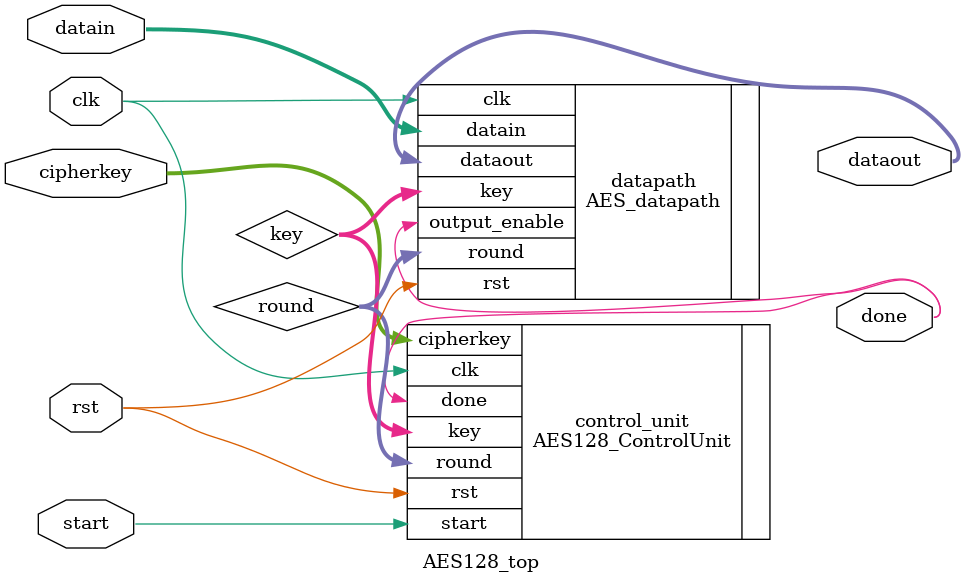
<source format=v>
module AES128_top (
    input         clk,
    input         rst,
    input         start,
    input  [127:0] datain,
    input  [127:0] cipherkey,
    output [127:0] dataout,
    output        done
);

    wire [1:0]    round;
    wire          output_enable;
    wire [127:0]  key;

    // Connect Control Unit
    AES128_ControlUnit control_unit (
        .clk(clk),
        .rst(rst),
        .start(start),
        .cipherkey(cipherkey),
        .round(round),
        .done(done),
        .key(key)
    );

    // Connect Datapath
    AES_datapath datapath (
        .clk(clk),
        .rst(rst),
        .round(round),
        .datain(datain),
        .key(key),
        .output_enable(done),
        .dataout(dataout)
    );

endmodule


</source>
